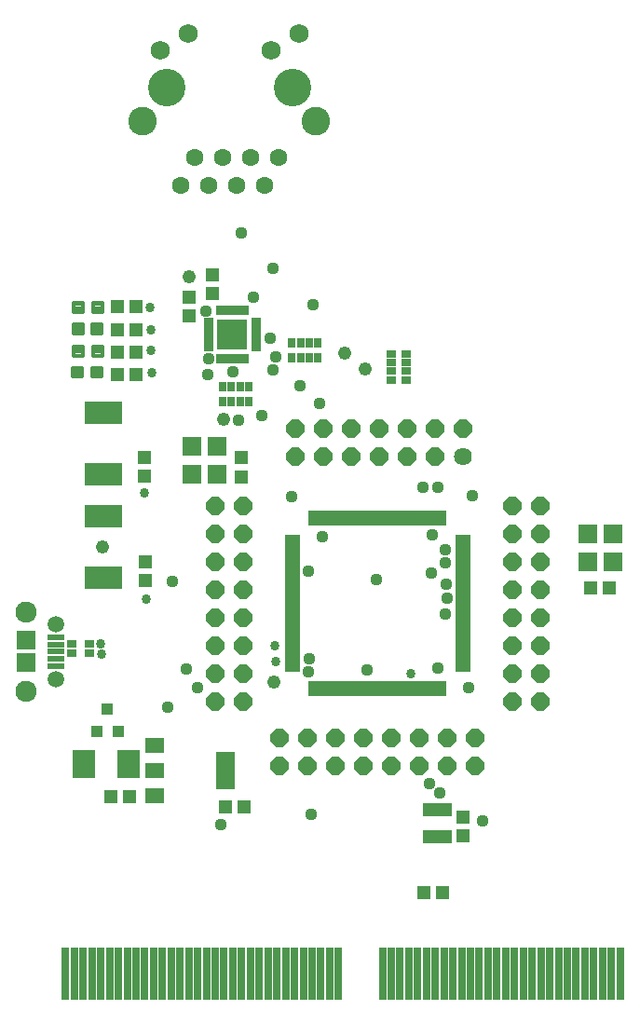
<source format=gts>
G75*
%MOIN*%
%OFA0B0*%
%FSLAX25Y25*%
%IPPOS*%
%LPD*%
%AMOC8*
5,1,8,0,0,1.08239X$1,22.5*
%
%ADD10R,0.05131X0.04737*%
%ADD11C,0.01421*%
%ADD12R,0.06706X0.07099*%
%ADD13R,0.04737X0.05131*%
%ADD14R,0.05524X0.01981*%
%ADD15R,0.01981X0.05524*%
%ADD16R,0.13398X0.07887*%
%ADD17R,0.02572X0.04737*%
%ADD18R,0.06902X0.06706*%
%ADD19R,0.06115X0.02375*%
%ADD20C,0.05950*%
%ADD21C,0.07591*%
%ADD22R,0.03556X0.02572*%
%ADD23R,0.03900X0.04300*%
%ADD24R,0.07887X0.10249*%
%ADD25R,0.07099X0.05524*%
%ADD26R,0.07099X0.13792*%
%ADD27OC8,0.06400*%
%ADD28R,0.03517X0.01902*%
%ADD29R,0.10643X0.10643*%
%ADD30R,0.01902X0.03517*%
%ADD31C,0.06300*%
%ADD32C,0.10250*%
%ADD33C,0.06800*%
%ADD34C,0.13400*%
%ADD35R,0.02769X0.03359*%
%ADD36R,0.03359X0.02769*%
%ADD37C,0.06400*%
%ADD38R,0.03162X0.18517*%
%ADD39C,0.04400*%
%ADD40C,0.04762*%
%ADD41C,0.03400*%
D10*
X0109142Y0087793D03*
X0115835Y0087793D03*
X0150016Y0084369D03*
X0156709Y0084369D03*
X0221035Y0053574D03*
X0227728Y0053574D03*
X0280586Y0162695D03*
X0287279Y0162695D03*
X0145455Y0267994D03*
X0145455Y0274687D03*
X0118188Y0263148D03*
X0111496Y0263148D03*
X0111527Y0255056D03*
X0118220Y0255056D03*
X0118227Y0247019D03*
X0111534Y0247019D03*
X0111450Y0238965D03*
X0118143Y0238965D03*
D11*
X0105761Y0238127D02*
X0105761Y0241443D01*
X0105761Y0238127D02*
X0102445Y0238127D01*
X0102445Y0241443D01*
X0105761Y0241443D01*
X0105761Y0239547D02*
X0102445Y0239547D01*
X0102445Y0240967D02*
X0105761Y0240967D01*
X0105935Y0245775D02*
X0105935Y0249091D01*
X0105935Y0245775D02*
X0102619Y0245775D01*
X0102619Y0249091D01*
X0105935Y0249091D01*
X0105935Y0247195D02*
X0102619Y0247195D01*
X0102619Y0248615D02*
X0105935Y0248615D01*
X0105862Y0253479D02*
X0105862Y0256795D01*
X0105862Y0253479D02*
X0102546Y0253479D01*
X0102546Y0256795D01*
X0105862Y0256795D01*
X0105862Y0254899D02*
X0102546Y0254899D01*
X0102546Y0256319D02*
X0105862Y0256319D01*
X0105932Y0261347D02*
X0105932Y0264663D01*
X0105932Y0261347D02*
X0102616Y0261347D01*
X0102616Y0264663D01*
X0105932Y0264663D01*
X0105932Y0262767D02*
X0102616Y0262767D01*
X0102616Y0264187D02*
X0105932Y0264187D01*
X0099027Y0264663D02*
X0099027Y0261347D01*
X0095711Y0261347D01*
X0095711Y0264663D01*
X0099027Y0264663D01*
X0099027Y0262767D02*
X0095711Y0262767D01*
X0095711Y0264187D02*
X0099027Y0264187D01*
X0098956Y0256795D02*
X0098956Y0253479D01*
X0095640Y0253479D01*
X0095640Y0256795D01*
X0098956Y0256795D01*
X0098956Y0254899D02*
X0095640Y0254899D01*
X0095640Y0256319D02*
X0098956Y0256319D01*
X0099029Y0249091D02*
X0099029Y0245775D01*
X0095713Y0245775D01*
X0095713Y0249091D01*
X0099029Y0249091D01*
X0099029Y0247195D02*
X0095713Y0247195D01*
X0095713Y0248615D02*
X0099029Y0248615D01*
X0098856Y0241443D02*
X0098856Y0238127D01*
X0095540Y0238127D01*
X0095540Y0241443D01*
X0098856Y0241443D01*
X0098856Y0239547D02*
X0095540Y0239547D01*
X0095540Y0240967D02*
X0098856Y0240967D01*
D12*
X0138078Y0213221D03*
X0147133Y0213221D03*
X0147133Y0203378D03*
X0138078Y0203378D03*
X0279846Y0181886D03*
X0288901Y0181886D03*
X0288901Y0172044D03*
X0279846Y0172044D03*
D13*
X0235098Y0080675D03*
X0235098Y0073982D03*
X0121532Y0165380D03*
X0121532Y0172073D03*
X0121217Y0202689D03*
X0121217Y0209382D03*
X0155824Y0209120D03*
X0155824Y0202427D03*
X0137165Y0259992D03*
X0137165Y0266685D03*
D14*
X0174001Y0180711D03*
X0174001Y0178743D03*
X0174001Y0176774D03*
X0174001Y0174806D03*
X0174001Y0172837D03*
X0174001Y0170869D03*
X0174001Y0168900D03*
X0174001Y0166932D03*
X0174001Y0164963D03*
X0174001Y0162995D03*
X0174001Y0161026D03*
X0174001Y0159058D03*
X0174001Y0157089D03*
X0174001Y0155121D03*
X0174001Y0153152D03*
X0174001Y0151184D03*
X0174001Y0149215D03*
X0174001Y0147247D03*
X0174001Y0145278D03*
X0174001Y0143310D03*
X0174001Y0141341D03*
X0174001Y0139373D03*
X0174001Y0137404D03*
X0174001Y0135436D03*
X0174001Y0133467D03*
X0235024Y0133467D03*
X0235024Y0135436D03*
X0235024Y0137404D03*
X0235024Y0139373D03*
X0235024Y0141341D03*
X0235024Y0143310D03*
X0235024Y0145278D03*
X0235024Y0147247D03*
X0235024Y0149215D03*
X0235024Y0151184D03*
X0235024Y0153152D03*
X0235024Y0155121D03*
X0235024Y0157089D03*
X0235024Y0159058D03*
X0235024Y0161026D03*
X0235024Y0162995D03*
X0235024Y0164963D03*
X0235024Y0166932D03*
X0235024Y0168900D03*
X0235024Y0170869D03*
X0235024Y0172837D03*
X0235024Y0174806D03*
X0235024Y0176774D03*
X0235024Y0178743D03*
X0235024Y0180711D03*
D15*
X0228135Y0187601D03*
X0226166Y0187601D03*
X0224198Y0187601D03*
X0222229Y0187601D03*
X0220261Y0187601D03*
X0218292Y0187601D03*
X0216324Y0187601D03*
X0214355Y0187601D03*
X0212387Y0187601D03*
X0210418Y0187601D03*
X0208450Y0187601D03*
X0206481Y0187601D03*
X0204513Y0187601D03*
X0202544Y0187601D03*
X0200576Y0187601D03*
X0198607Y0187601D03*
X0196639Y0187601D03*
X0194670Y0187601D03*
X0192702Y0187601D03*
X0190733Y0187601D03*
X0188765Y0187601D03*
X0186796Y0187601D03*
X0184828Y0187601D03*
X0182859Y0187601D03*
X0180891Y0187601D03*
X0180891Y0126577D03*
X0182859Y0126577D03*
X0184828Y0126577D03*
X0186796Y0126577D03*
X0188765Y0126577D03*
X0190733Y0126577D03*
X0192702Y0126577D03*
X0194670Y0126577D03*
X0196639Y0126577D03*
X0198607Y0126577D03*
X0200576Y0126577D03*
X0202544Y0126577D03*
X0204513Y0126577D03*
X0206481Y0126577D03*
X0208450Y0126577D03*
X0210418Y0126577D03*
X0212387Y0126577D03*
X0214355Y0126577D03*
X0216324Y0126577D03*
X0218292Y0126577D03*
X0220261Y0126577D03*
X0222229Y0126577D03*
X0224198Y0126577D03*
X0226166Y0126577D03*
X0228135Y0126577D03*
D16*
X0106257Y0166252D03*
X0106257Y0188299D03*
X0106257Y0203193D03*
X0106257Y0225240D03*
D17*
X0222136Y0083421D03*
X0224695Y0083421D03*
X0227254Y0083421D03*
X0229813Y0083421D03*
X0229813Y0073776D03*
X0227254Y0073776D03*
X0224695Y0073776D03*
X0222136Y0073776D03*
D18*
X0078662Y0135919D03*
X0078662Y0143793D03*
D19*
X0089292Y0144974D03*
X0089292Y0142415D03*
X0089292Y0139856D03*
X0089292Y0137297D03*
X0089292Y0134738D03*
D20*
X0089292Y0130013D03*
X0089292Y0149698D03*
D21*
X0078662Y0154019D03*
X0078662Y0125693D03*
D22*
X0095228Y0139348D03*
X0095228Y0142497D03*
X0101330Y0142497D03*
X0101330Y0139348D03*
D23*
X0107853Y0119397D03*
X0111653Y0111397D03*
X0104053Y0111397D03*
D24*
X0099381Y0099560D03*
X0115326Y0099560D03*
D25*
X0124799Y0097307D03*
X0124799Y0106362D03*
X0124799Y0088251D03*
D26*
X0149996Y0097307D03*
D27*
X0169513Y0098940D03*
X0179513Y0098940D03*
X0189513Y0098940D03*
X0199513Y0098940D03*
X0209513Y0098940D03*
X0219513Y0098940D03*
X0229513Y0098940D03*
X0239513Y0098940D03*
X0239513Y0108940D03*
X0229513Y0108940D03*
X0219513Y0108940D03*
X0209513Y0108940D03*
X0199513Y0108940D03*
X0189513Y0108940D03*
X0179513Y0108940D03*
X0169513Y0108940D03*
X0156363Y0122089D03*
X0146363Y0122089D03*
X0146363Y0132089D03*
X0146363Y0142089D03*
X0156363Y0142089D03*
X0156363Y0132089D03*
X0156363Y0152089D03*
X0146363Y0152089D03*
X0146363Y0162089D03*
X0146363Y0172089D03*
X0156363Y0172089D03*
X0156363Y0162089D03*
X0156363Y0182089D03*
X0156363Y0192089D03*
X0146363Y0192089D03*
X0146363Y0182089D03*
X0174972Y0209659D03*
X0184972Y0209659D03*
X0194972Y0209659D03*
X0204972Y0209659D03*
X0214972Y0209659D03*
X0224972Y0209659D03*
X0224972Y0219659D03*
X0214972Y0219659D03*
X0204972Y0219659D03*
X0194972Y0219659D03*
X0184972Y0219659D03*
X0174972Y0219659D03*
X0234972Y0219659D03*
X0252662Y0192089D03*
X0252662Y0182089D03*
X0262662Y0182089D03*
X0262662Y0192089D03*
X0262662Y0172089D03*
X0262662Y0162089D03*
X0252662Y0162089D03*
X0252662Y0172089D03*
X0252662Y0152089D03*
X0262662Y0152089D03*
X0262662Y0142089D03*
X0262662Y0132089D03*
X0252662Y0132089D03*
X0252662Y0142089D03*
X0252662Y0122089D03*
X0262662Y0122089D03*
D28*
X0161216Y0248299D03*
X0161216Y0250267D03*
X0161216Y0252236D03*
X0161216Y0254204D03*
X0161216Y0256173D03*
X0161216Y0258141D03*
X0143933Y0258141D03*
X0143933Y0256173D03*
X0143933Y0254204D03*
X0143933Y0252236D03*
X0143933Y0250267D03*
X0143933Y0248299D03*
D29*
X0152574Y0253220D03*
D30*
X0151590Y0244578D03*
X0149622Y0244578D03*
X0147653Y0244578D03*
X0153559Y0244578D03*
X0155527Y0244578D03*
X0157496Y0244578D03*
X0157496Y0261862D03*
X0155527Y0261862D03*
X0153559Y0261862D03*
X0151590Y0261862D03*
X0149622Y0261862D03*
X0147653Y0261862D03*
D31*
X0143981Y0306558D03*
X0153981Y0306558D03*
X0163981Y0306558D03*
X0158981Y0316558D03*
X0148981Y0316558D03*
X0138981Y0316558D03*
X0133981Y0306558D03*
X0168981Y0316558D03*
D32*
X0182481Y0329558D03*
X0120481Y0329558D03*
D33*
X0126581Y0354858D03*
X0136581Y0360858D03*
X0166381Y0354858D03*
X0176381Y0360858D03*
D34*
X0173981Y0341558D03*
X0128981Y0341558D03*
D35*
X0173796Y0250196D03*
X0176945Y0250196D03*
X0180095Y0250196D03*
X0183245Y0250196D03*
X0183245Y0244882D03*
X0180095Y0244882D03*
X0176945Y0244882D03*
X0173796Y0244882D03*
X0158452Y0234679D03*
X0155303Y0234679D03*
X0152153Y0234679D03*
X0149003Y0234679D03*
X0149003Y0229364D03*
X0152153Y0229364D03*
X0155303Y0229364D03*
X0158452Y0229364D03*
D36*
X0209273Y0236983D03*
X0209273Y0240133D03*
X0209273Y0243282D03*
X0209273Y0246432D03*
X0214588Y0246432D03*
X0214588Y0243282D03*
X0214588Y0240133D03*
X0214588Y0236983D03*
D37*
X0234972Y0209659D03*
D38*
X0092878Y0024602D03*
X0096028Y0024602D03*
X0099177Y0024602D03*
X0102327Y0024602D03*
X0105476Y0024602D03*
X0108626Y0024602D03*
X0111776Y0024602D03*
X0114925Y0024602D03*
X0118075Y0024602D03*
X0121224Y0024602D03*
X0124374Y0024602D03*
X0127524Y0024602D03*
X0130673Y0024602D03*
X0133823Y0024602D03*
X0136972Y0024602D03*
X0140122Y0024602D03*
X0143272Y0024602D03*
X0146421Y0024602D03*
X0149571Y0024602D03*
X0152721Y0024602D03*
X0155870Y0024602D03*
X0159020Y0024602D03*
X0162169Y0024602D03*
X0165319Y0024602D03*
X0168469Y0024602D03*
X0171618Y0024602D03*
X0174768Y0024602D03*
X0177917Y0024602D03*
X0181067Y0024602D03*
X0184217Y0024602D03*
X0187366Y0024602D03*
X0190516Y0024602D03*
X0206264Y0024602D03*
X0209413Y0024602D03*
X0212563Y0024602D03*
X0215713Y0024602D03*
X0218862Y0024602D03*
X0222012Y0024602D03*
X0225161Y0024602D03*
X0228311Y0024602D03*
X0231461Y0024602D03*
X0234610Y0024602D03*
X0237760Y0024602D03*
X0240909Y0024602D03*
X0244059Y0024602D03*
X0247209Y0024602D03*
X0250358Y0024602D03*
X0253508Y0024602D03*
X0256658Y0024602D03*
X0259807Y0024602D03*
X0262957Y0024602D03*
X0266106Y0024602D03*
X0269256Y0024602D03*
X0272406Y0024602D03*
X0275555Y0024602D03*
X0278705Y0024602D03*
X0281854Y0024602D03*
X0285004Y0024602D03*
X0288154Y0024602D03*
X0291303Y0024602D03*
D39*
X0242096Y0079280D03*
X0226800Y0089231D03*
X0223040Y0092565D03*
X0237181Y0126818D03*
X0226241Y0133928D03*
X0228711Y0153162D03*
X0229327Y0159044D03*
X0228949Y0163852D03*
X0223655Y0167842D03*
X0228621Y0171668D03*
X0228650Y0176373D03*
X0223986Y0181631D03*
X0238513Y0195496D03*
X0226152Y0198593D03*
X0220805Y0198698D03*
X0204145Y0165463D03*
X0184724Y0181109D03*
X0173685Y0195386D03*
X0179865Y0168699D03*
X0179945Y0137195D03*
X0179758Y0132486D03*
X0200655Y0133227D03*
X0180808Y0081716D03*
X0148461Y0078015D03*
X0129438Y0119967D03*
X0140202Y0126997D03*
X0136115Y0133573D03*
X0131007Y0165038D03*
X0154894Y0222497D03*
X0163219Y0224256D03*
X0176701Y0235104D03*
X0183870Y0228648D03*
X0167941Y0245420D03*
X0167059Y0240638D03*
X0165994Y0252040D03*
X0152723Y0240034D03*
X0143646Y0238825D03*
X0144111Y0244651D03*
X0142921Y0261573D03*
X0160152Y0266711D03*
X0167156Y0276944D03*
X0155897Y0289526D03*
X0181437Y0263855D03*
D40*
X0192870Y0246466D03*
X0200047Y0240861D03*
X0149262Y0223053D03*
X0105994Y0177336D03*
X0167569Y0128861D03*
X0137203Y0273900D03*
D41*
X0122928Y0262977D03*
X0123476Y0255116D03*
X0123445Y0247475D03*
X0123888Y0239542D03*
X0121188Y0196722D03*
X0121833Y0158669D03*
X0105486Y0142647D03*
X0105796Y0138849D03*
X0167898Y0141858D03*
X0168167Y0136200D03*
X0216300Y0131891D03*
M02*

</source>
